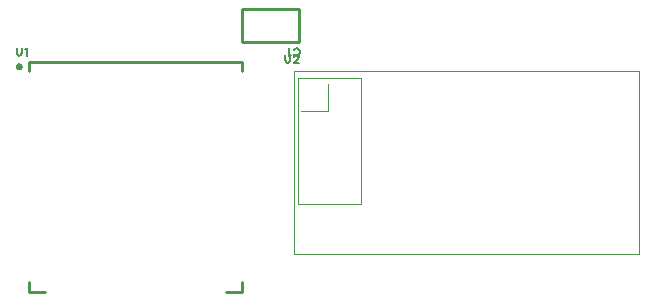
<source format=gto>
G04 Layer: TopSilkscreenLayer*
G04 EasyEDA Pro v2.2.32.3, 2024-11-26 12:07:46*
G04 Gerber Generator version 0.3*
G04 Scale: 100 percent, Rotated: No, Reflected: No*
G04 Dimensions in millimeters*
G04 Leading zeros omitted, absolute positions, 3 integers and 5 decimals*
%FSLAX35Y35*%
%MOMM*%
%ADD10C,0.1524*%
%ADD11C,0.254*%
%ADD12C,0.12*%
G75*


G04 Text Start*
G54D10*
G01X565861Y-330731D02*
G01X565861Y-377213D01*
G01X568909Y-386357D01*
G01X575259Y-392707D01*
G01X584403Y-395755D01*
G01X590753Y-395755D01*
G01X599897Y-392707D01*
G01X605993Y-386357D01*
G01X609295Y-377213D01*
G01X609295Y-330731D01*
G01X639521Y-343177D02*
G01X645617Y-339875D01*
G01X654761Y-330731D01*
G01X654761Y-395755D01*
G01X2841020Y-389666D02*
G01X2841020Y-436148D01*
G01X2844068Y-445292D01*
G01X2850418Y-451642D01*
G01X2859562Y-454690D01*
G01X2865912Y-454690D01*
G01X2875056Y-451642D01*
G01X2881152Y-445292D01*
G01X2884454Y-436148D01*
G01X2884454Y-389666D01*
G01X2917728Y-405160D02*
G01X2917728Y-402112D01*
G01X2920776Y-395762D01*
G01X2923824Y-392714D01*
G01X2929920Y-389666D01*
G01X2942366Y-389666D01*
G01X2948716Y-392714D01*
G01X2951764Y-395762D01*
G01X2954812Y-402112D01*
G01X2954812Y-408208D01*
G01X2951764Y-414304D01*
G01X2945414Y-423702D01*
G01X2914680Y-454690D01*
G01X2957860Y-454690D01*
G01X2916398Y-383840D02*
G01X2919446Y-390190D01*
G01X2925796Y-396286D01*
G01X2931892Y-399334D01*
G01X2944338Y-399334D01*
G01X2950434Y-396286D01*
G01X2956784Y-390190D01*
G01X2959832Y-383840D01*
G01X2962880Y-374696D01*
G01X2962880Y-359202D01*
G01X2959832Y-349804D01*
G01X2956784Y-343708D01*
G01X2950434Y-337358D01*
G01X2944338Y-334310D01*
G01X2931892Y-334310D01*
G01X2925796Y-337358D01*
G01X2919446Y-343708D01*
G01X2916398Y-349804D01*
G01X2886172Y-386888D02*
G01X2880076Y-390190D01*
G01X2870932Y-399334D01*
G01X2870932Y-334310D01*
G04 Text End*

G04 PolygonModel Start*
G54D11*
G01X2476500Y-528290D02*
G01X2476500Y-450405D01*
G01X674799Y-450405D02*
G01X674799Y-528290D01*
G01X674799Y-450365D02*
G01X2476500Y-450405D01*
G01X2341415Y-2400305D02*
G01X2476500Y-2400305D01*
G01X2476500Y-2400305D02*
G01X2476500Y-2315520D01*
G01X674799Y-2315520D02*
G01X674799Y-2400305D01*
G01X674799Y-2400305D02*
G01X808185Y-2400305D01*
G54D12*
G01X2946400Y-1650998D02*
G01X2946400Y-584200D01*
G01X2913400Y-2071597D02*
G01X2913400Y-526600D01*
G01X5833394Y-2071597D02*
G01X2913400Y-2071597D01*
G01X5833394Y-526600D02*
G01X5833394Y-2071597D01*
G01X2913400Y-526600D02*
G01X5833394Y-526600D01*
G01X3200400Y-863600D02*
G01X2971800Y-863600D01*
G01X3200400Y-635000D02*
G01X3200400Y-863600D01*
G01X3479799Y-1650998D02*
G01X2946400Y-1650998D01*
G01X3479799Y-584200D02*
G01X3479799Y-1650998D01*
G01X2946400Y-584200D02*
G01X3479799Y-584200D01*
G54D11*
G01X2477800Y-279700D02*
G01X2477800Y300D01*
G01X2957800Y-279700D02*
G01X2957800Y300D01*
G01X2957800Y300D02*
G01X2477800Y300D01*
G01X2957800Y-279700D02*
G01X2477800Y-279700D01*

G04 Circle Start*
G01X570941Y-490461D02*
G03X607619Y-490461I18339J0D01*
G03X570941Y-490461I-18339J0D01*
G04 Circle End*

M02*


</source>
